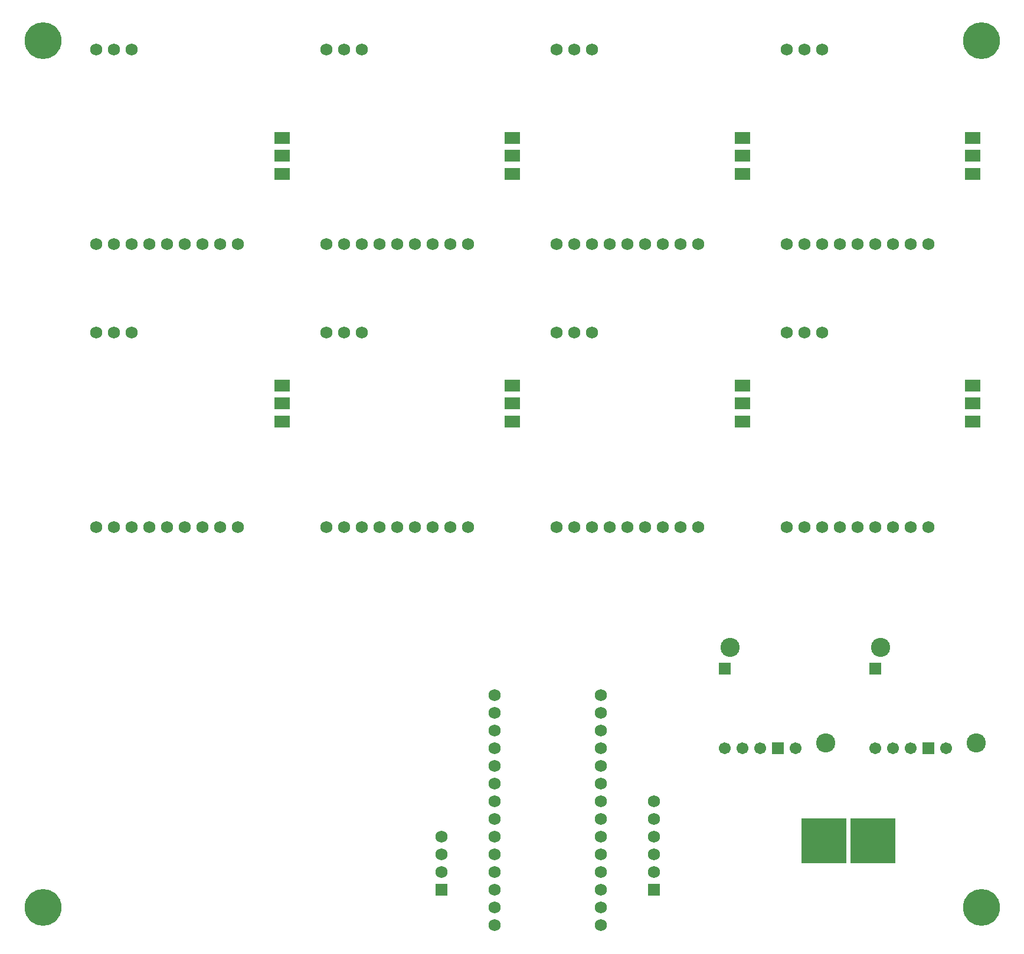
<source format=gbs>
G04 ---------------------------- Layer name :BOTTOM SOLDER LAYER*
G04 easyEDA 0.1*
G04 Scale: 100 percent, Rotated: No, Reflected: No *
G04 Dimensions in inches *
G04 leading zeros omitted , absolute positions ,2 integer and 4 * 
%FSLAX24Y24*%
%MOIN*%
G90*
G70D02*

%ADD13C,0.068000*%
%ADD15R,0.088000X0.068000*%
%ADD16R,0.068000X0.068000*%
%ADD17R,0.258000X0.258000*%
%ADD18C,0.108000*%
%ADD20C,0.067000*%
%ADD22R,0.067000X0.067000*%
%ADD23C,0.208000*%

%LPD*%
G54D13*
G01X33500Y52500D03*
G01X33500Y53500D03*
G01X33500Y54500D03*
G01X33500Y55500D03*
G01X33500Y56500D03*
G01X33500Y57500D03*
G01X33500Y58500D03*
G01X33500Y59500D03*
G01X33500Y60500D03*
G01X33500Y61500D03*
G01X33500Y62500D03*
G01X33500Y63500D03*
G01X33500Y64500D03*
G01X33500Y65500D03*
G01X27500Y65500D03*
G01X27500Y64500D03*
G01X27500Y63500D03*
G01X27500Y62500D03*
G01X27500Y61500D03*
G01X27500Y60500D03*
G01X27500Y59500D03*
G01X27500Y58500D03*
G01X27500Y57500D03*
G01X27500Y56500D03*
G01X27500Y55500D03*
G01X27500Y54500D03*
G01X27500Y53500D03*
G01X27500Y52500D03*
G54D15*
G01X28500Y94984D03*
G01X28500Y96000D03*
G01X28500Y97015D03*
G01X41500Y94984D03*
G01X41500Y96000D03*
G01X41500Y97015D03*
G01X54500Y94984D03*
G01X54500Y96000D03*
G01X54500Y97015D03*
G01X15500Y80984D03*
G01X15500Y82000D03*
G01X15500Y83015D03*
G01X28500Y80984D03*
G01X28500Y82000D03*
G01X28500Y83015D03*
G01X41500Y80984D03*
G01X41500Y82000D03*
G01X41500Y83015D03*
G01X54500Y80984D03*
G01X54500Y82000D03*
G01X54500Y83015D03*
G01X15500Y94984D03*
G01X15500Y96000D03*
G01X15500Y97015D03*
G54D13*
G01X36500Y59500D03*
G01X36500Y58500D03*
G01X36500Y57500D03*
G01X36500Y56500D03*
G01X36500Y55500D03*
G54D16*
G01X36500Y54500D03*
G01X24500Y54500D03*
G54D13*
G01X24500Y55500D03*
G01X24500Y56500D03*
G01X24500Y57500D03*
G01X13000Y91000D03*
G01X12000Y91000D03*
G01X11000Y91000D03*
G01X10000Y91000D03*
G01X9000Y91000D03*
G01X8000Y91000D03*
G01X7000Y91000D03*
G01X6000Y91000D03*
G01X5000Y91000D03*
G01X7000Y102000D03*
G01X6000Y102000D03*
G01X5000Y102000D03*
G01X26000Y91000D03*
G01X25000Y91000D03*
G01X24000Y91000D03*
G01X23000Y91000D03*
G01X22000Y91000D03*
G01X21000Y91000D03*
G01X20000Y91000D03*
G01X19000Y91000D03*
G01X18000Y91000D03*
G01X20000Y102000D03*
G01X19000Y102000D03*
G01X18000Y102000D03*
G01X39000Y91000D03*
G01X38000Y91000D03*
G01X37000Y91000D03*
G01X36000Y91000D03*
G01X35000Y91000D03*
G01X34000Y91000D03*
G01X33000Y91000D03*
G01X32000Y91000D03*
G01X31000Y91000D03*
G01X33000Y102000D03*
G01X32000Y102000D03*
G01X31000Y102000D03*
G01X52000Y91000D03*
G01X51000Y91000D03*
G01X50000Y91000D03*
G01X49000Y91000D03*
G01X48000Y91000D03*
G01X47000Y91000D03*
G01X46000Y91000D03*
G01X45000Y91000D03*
G01X44000Y91000D03*
G01X46000Y102000D03*
G01X45000Y102000D03*
G01X44000Y102000D03*
G01X13000Y75000D03*
G01X12000Y75000D03*
G01X11000Y75000D03*
G01X10000Y75000D03*
G01X9000Y75000D03*
G01X8000Y75000D03*
G01X7000Y75000D03*
G01X6000Y75000D03*
G01X5000Y75000D03*
G01X7000Y86000D03*
G01X6000Y86000D03*
G01X5000Y86000D03*
G01X26000Y75000D03*
G01X25000Y75000D03*
G01X24000Y75000D03*
G01X23000Y75000D03*
G01X22000Y75000D03*
G01X21000Y75000D03*
G01X20000Y75000D03*
G01X19000Y75000D03*
G01X18000Y75000D03*
G01X20000Y86000D03*
G01X19000Y86000D03*
G01X18000Y86000D03*
G01X39000Y75000D03*
G01X38000Y75000D03*
G01X37000Y75000D03*
G01X36000Y75000D03*
G01X35000Y75000D03*
G01X34000Y75000D03*
G01X33000Y75000D03*
G01X32000Y75000D03*
G01X31000Y75000D03*
G01X33000Y86000D03*
G01X32000Y86000D03*
G01X31000Y86000D03*
G01X52000Y75000D03*
G01X51000Y75000D03*
G01X50000Y75000D03*
G01X49000Y75000D03*
G01X48000Y75000D03*
G01X47000Y75000D03*
G01X46000Y75000D03*
G01X45000Y75000D03*
G01X44000Y75000D03*
G01X46000Y86000D03*
G01X45000Y86000D03*
G01X44000Y86000D03*
G54D17*
G01X46119Y57259D03*
G01X48869Y57259D03*
G54D18*
G01X54700Y62800D03*
G01X49300Y68200D03*
G54D20*
G01X49000Y62500D03*
G01X50000Y62500D03*
G01X51000Y62500D03*
G54D22*
G01X52000Y62500D03*
G54D20*
G01X53000Y62500D03*
G54D22*
G01X49000Y67000D03*
G01X40500Y67000D03*
G54D20*
G01X44500Y62500D03*
G54D22*
G01X43500Y62500D03*
G54D20*
G01X42500Y62500D03*
G01X41500Y62500D03*
G01X40500Y62500D03*
G54D18*
G01X40800Y68200D03*
G01X46200Y62800D03*
G54D23*
G01X55000Y102500D03*
G01X2000Y102500D03*
G01X55000Y53500D03*
G01X2000Y53500D03*

M00*
M02*
</source>
